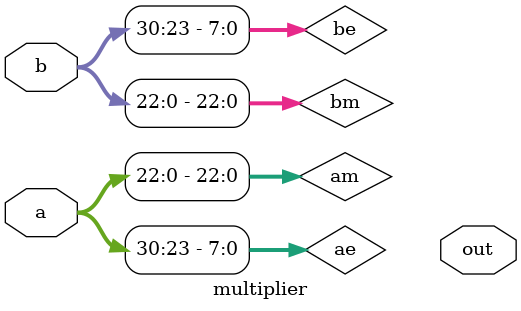
<source format=v>

module multiplier(
    input wire [31:0] a,
    input wire [31:0] b,
    output wire [31:0] out
    );
    // Declarations
    wire [63:0] pm;
    wire [7:0] ae = a[30:23];
    wire [7:0] be = b[30:23];
    wire [22:0] am = a[22:0];
    wire [22:0] bm = b[22:0];
    
    wire sign = a[31] ^ b[31];
    
    
    
    // Add exponents to get final exponent
    wire [8:0] pe = ae + be;
    
    
    
    
    
    // Get multiplied mantissas
    assign partial = am * bm;
    
endmodule

</source>
